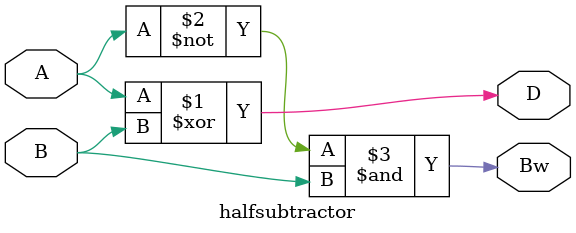
<source format=v>
module halfsubtractor(output D, Bw, input A, B);
//    wire w;
    
//    not(w, A);
    
//    xor(D, A, B);
//    and(Bw, w, B);

    assign D = A ^ B;
    assign Bw = (~A) & B;

endmodule
</source>
